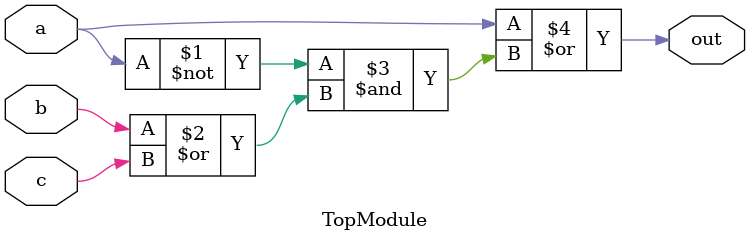
<source format=sv>

module TopModule (
  input a,
  input b,
  input c,
  output out
);
assign out = a | (~a & (b | c));
endmodule

</source>
